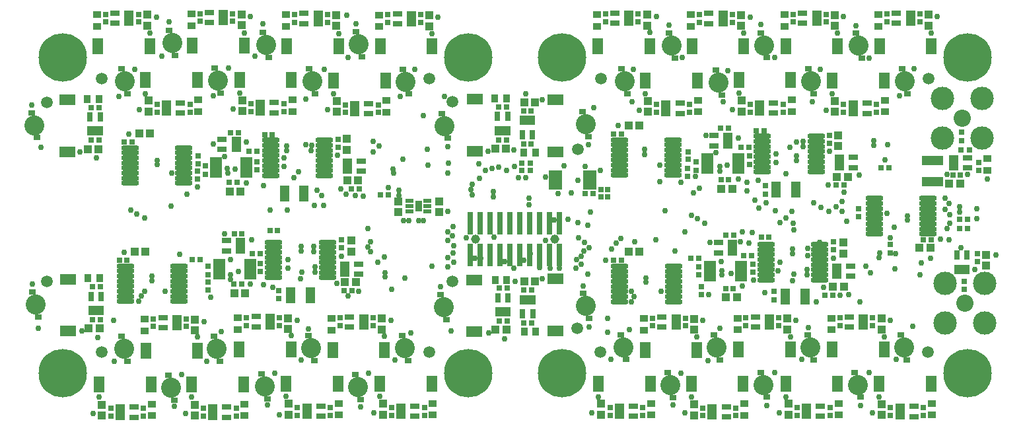
<source format=gbs>
G04*
G04 #@! TF.GenerationSoftware,Altium Limited,Altium Designer,18.1.9 (240)*
G04*
G04 Layer_Color=16711935*
%FSTAX44Y44*%
%MOMM*%
G71*
G01*
G75*
%ADD30R,0.8032X0.7532*%
%ADD31R,1.1032X0.9032*%
%ADD32O,2.3032X0.6532*%
%ADD33R,0.7032X0.8032*%
%ADD34R,0.8032X0.7032*%
%ADD36R,1.1032X1.0032*%
%ADD37R,0.7532X0.8032*%
%ADD39R,1.0032X1.1032*%
%ADD44C,2.2032*%
%ADD45C,3.0032*%
%ADD46C,1.1684*%
%ADD47C,0.7620*%
%ADD48C,1.5032*%
%ADD49C,2.5654*%
%ADD50C,6.2032*%
%ADD72R,1.2032X0.6732*%
%ADD73R,1.2032X2.0032*%
%ADD74R,1.5532X0.6532*%
%ADD75R,1.6532X0.5032*%
%ADD76R,0.7112X2.9972*%
%ADD77R,0.9652X1.3970*%
%ADD78R,1.0160X0.5080*%
%ADD79R,0.6732X1.2032*%
%ADD80R,2.8032X1.3032*%
%ADD81R,0.9032X0.7032*%
%ADD82R,2.0032X1.4532*%
%ADD83R,0.9032X1.1032*%
%ADD84R,1.4532X2.0032*%
D30*
X00940816Y00335618D02*
D03*
Y00346118D02*
D03*
X00309334Y00328522D02*
D03*
Y00339022D02*
D03*
X0031369Y0019795D02*
D03*
Y0020845D02*
D03*
X00246762Y0020464D02*
D03*
Y0019414D02*
D03*
X00875284Y00204132D02*
D03*
Y00193632D02*
D03*
X00944598Y00196867D02*
D03*
Y00207367D02*
D03*
X01120902Y0022193D02*
D03*
Y0023243D02*
D03*
X01080262Y00268054D02*
D03*
Y00278554D02*
D03*
X01216152Y0017509D02*
D03*
Y0018559D02*
D03*
X01212342Y00365844D02*
D03*
Y00376344D02*
D03*
X00961443Y00297302D02*
D03*
Y00307802D02*
D03*
X00861314Y0033037D02*
D03*
Y0031987D02*
D03*
X00872236Y00327998D02*
D03*
Y00338498D02*
D03*
X0097217Y00161882D02*
D03*
Y00172382D02*
D03*
X00879094Y00178732D02*
D03*
Y00168232D02*
D03*
X00243078Y00322918D02*
D03*
Y00333418D02*
D03*
X00336978Y00173778D02*
D03*
Y00163278D02*
D03*
X00246762Y00184713D02*
D03*
Y00174213D02*
D03*
X00233172Y00326814D02*
D03*
Y00316314D02*
D03*
D31*
X01245616Y00328034D02*
D03*
Y00343034D02*
D03*
X01105997Y00512558D02*
D03*
Y00527558D02*
D03*
X01174535Y00028982D02*
D03*
Y00013982D02*
D03*
X00925149Y00123234D02*
D03*
Y00138234D02*
D03*
X00933935Y0002867D02*
D03*
Y0001367D02*
D03*
X00805423Y0012281D02*
D03*
Y0013781D02*
D03*
X01054833Y00029123D02*
D03*
Y00014123D02*
D03*
X01045545Y00123176D02*
D03*
Y00138176D02*
D03*
X00994619Y00418028D02*
D03*
Y00403028D02*
D03*
X00865467Y00512132D02*
D03*
Y00527132D02*
D03*
X00745036Y00512613D02*
D03*
Y00527613D02*
D03*
X00814803Y00029148D02*
D03*
Y00014148D02*
D03*
X00985795Y00512298D02*
D03*
Y00527298D02*
D03*
X00874755Y00417596D02*
D03*
Y00402596D02*
D03*
X01114483Y00417596D02*
D03*
Y00402596D02*
D03*
X00285017Y00138508D02*
D03*
Y00123508D02*
D03*
X00404905Y00138122D02*
D03*
Y00123122D02*
D03*
X00165577Y0013696D02*
D03*
Y0012196D02*
D03*
X00414239Y00014123D02*
D03*
Y00029123D02*
D03*
X00534695Y00014123D02*
D03*
Y00029123D02*
D03*
X00174777Y00013198D02*
D03*
Y00028198D02*
D03*
X00293395Y00013198D02*
D03*
Y00028198D02*
D03*
X00225065Y00528138D02*
D03*
Y00513138D02*
D03*
X00346417Y00527044D02*
D03*
Y00512044D02*
D03*
X00466051Y00526838D02*
D03*
Y00511838D02*
D03*
X00354563Y00403358D02*
D03*
Y00418358D02*
D03*
X00475467Y00402342D02*
D03*
Y00417342D02*
D03*
X00234159Y00403022D02*
D03*
Y00418022D02*
D03*
X00104175Y0052732D02*
D03*
Y0051232D02*
D03*
D32*
X00957139Y00325776D02*
D03*
Y00332276D02*
D03*
Y00338776D02*
D03*
Y00345276D02*
D03*
Y00351776D02*
D03*
Y00358276D02*
D03*
Y00364776D02*
D03*
Y00371276D02*
D03*
X01026139Y00325776D02*
D03*
Y00332276D02*
D03*
Y00338776D02*
D03*
Y00345276D02*
D03*
Y00351776D02*
D03*
Y00358276D02*
D03*
Y00364776D02*
D03*
Y00371276D02*
D03*
X00842934Y00366822D02*
D03*
Y00360322D02*
D03*
Y00353822D02*
D03*
Y00347322D02*
D03*
Y00340822D02*
D03*
Y00334322D02*
D03*
Y00327822D02*
D03*
Y00321322D02*
D03*
X00773934Y00366822D02*
D03*
Y00360322D02*
D03*
Y00353822D02*
D03*
Y00347322D02*
D03*
Y00340822D02*
D03*
Y00334322D02*
D03*
Y00327822D02*
D03*
Y00321322D02*
D03*
X00395732Y00366302D02*
D03*
Y00359802D02*
D03*
Y00353302D02*
D03*
Y00346802D02*
D03*
Y00340302D02*
D03*
Y00333802D02*
D03*
Y00327302D02*
D03*
Y00320802D02*
D03*
X00326732Y00366302D02*
D03*
Y00359802D02*
D03*
Y00353302D02*
D03*
Y00346802D02*
D03*
Y00340302D02*
D03*
Y00333802D02*
D03*
Y00327302D02*
D03*
Y00320802D02*
D03*
X00215554Y00356662D02*
D03*
Y00350162D02*
D03*
Y00343662D02*
D03*
Y00337162D02*
D03*
Y00330662D02*
D03*
Y00324162D02*
D03*
Y00317662D02*
D03*
Y00311162D02*
D03*
X00146554Y00356662D02*
D03*
Y00350162D02*
D03*
Y00343662D02*
D03*
Y00337162D02*
D03*
Y00330662D02*
D03*
Y00324162D02*
D03*
Y00317662D02*
D03*
Y00311162D02*
D03*
X00140458Y00159607D02*
D03*
Y00166106D02*
D03*
Y00172607D02*
D03*
Y00179107D02*
D03*
Y00185606D02*
D03*
Y00192106D02*
D03*
Y00198606D02*
D03*
Y00205107D02*
D03*
X00209458Y00159607D02*
D03*
Y00166106D02*
D03*
Y00172607D02*
D03*
Y00179107D02*
D03*
Y00185606D02*
D03*
Y00192106D02*
D03*
Y00198606D02*
D03*
Y00205107D02*
D03*
X00330644Y00190179D02*
D03*
Y00196679D02*
D03*
Y00203179D02*
D03*
Y00209679D02*
D03*
Y00216179D02*
D03*
Y00222679D02*
D03*
Y00229179D02*
D03*
Y00235679D02*
D03*
X00399644Y00190179D02*
D03*
Y00196679D02*
D03*
Y00203179D02*
D03*
Y00209679D02*
D03*
Y00216179D02*
D03*
Y00222679D02*
D03*
Y00229179D02*
D03*
Y00235679D02*
D03*
X00842996Y00204966D02*
D03*
Y00198466D02*
D03*
Y00191966D02*
D03*
Y00185466D02*
D03*
Y00178966D02*
D03*
Y00172466D02*
D03*
Y00165966D02*
D03*
Y00159466D02*
D03*
X00773996Y00204966D02*
D03*
Y00198466D02*
D03*
Y00191966D02*
D03*
Y00185466D02*
D03*
Y00178966D02*
D03*
Y00172466D02*
D03*
Y00165966D02*
D03*
Y00159466D02*
D03*
X01030722Y00232885D02*
D03*
Y00226385D02*
D03*
Y00219885D02*
D03*
Y00213385D02*
D03*
Y00206885D02*
D03*
Y00200385D02*
D03*
Y00193885D02*
D03*
Y00187385D02*
D03*
X00961722Y00232885D02*
D03*
Y00226385D02*
D03*
Y00219885D02*
D03*
Y00213385D02*
D03*
Y00206885D02*
D03*
Y00200385D02*
D03*
Y00193885D02*
D03*
Y00187385D02*
D03*
X0110042Y00246164D02*
D03*
Y00252664D02*
D03*
Y00259164D02*
D03*
Y00265664D02*
D03*
Y00272164D02*
D03*
Y00278664D02*
D03*
Y00285164D02*
D03*
Y00291664D02*
D03*
X0116942Y00246164D02*
D03*
Y00252664D02*
D03*
Y00259164D02*
D03*
Y00265664D02*
D03*
Y00272164D02*
D03*
Y00278664D02*
D03*
Y00285164D02*
D03*
Y00291664D02*
D03*
D33*
X0075Y003035D02*
D03*
Y002935D02*
D03*
X00759Y003035D02*
D03*
Y002935D02*
D03*
X01232662Y0022064D02*
D03*
Y0021064D02*
D03*
X01234694Y0032771D02*
D03*
Y0033771D02*
D03*
X01116896Y00528106D02*
D03*
Y00518106D02*
D03*
X0115906Y00528106D02*
D03*
Y00518106D02*
D03*
X01163636Y00013434D02*
D03*
Y00023434D02*
D03*
X01121472Y00013434D02*
D03*
Y00023434D02*
D03*
X00861822Y0034171D02*
D03*
Y0035171D02*
D03*
X01043373Y00372148D02*
D03*
Y00362148D02*
D03*
X00936048Y00138782D02*
D03*
Y00128782D02*
D03*
X00978212Y00138782D02*
D03*
Y00128782D02*
D03*
X00923036Y00013122D02*
D03*
Y00023122D02*
D03*
X00880872Y00013122D02*
D03*
Y00023122D02*
D03*
X00816322Y00138358D02*
D03*
Y00128358D02*
D03*
X00858486Y00138358D02*
D03*
Y00128358D02*
D03*
X01043934Y00013575D02*
D03*
Y00023575D02*
D03*
X0100177Y00013575D02*
D03*
Y00023575D02*
D03*
X01056444Y00138724D02*
D03*
Y00128724D02*
D03*
X01098608Y00138724D02*
D03*
Y00128724D02*
D03*
X0098372Y0040248D02*
D03*
Y0041248D02*
D03*
X00941556Y0040248D02*
D03*
Y0041248D02*
D03*
X00876366Y0052768D02*
D03*
Y0051768D02*
D03*
X0091853Y0052768D02*
D03*
Y0051768D02*
D03*
X00755935Y00528161D02*
D03*
Y00518161D02*
D03*
X00798099Y00528161D02*
D03*
Y00518161D02*
D03*
X00803904Y000136D02*
D03*
Y000236D02*
D03*
X0076174Y000136D02*
D03*
Y000236D02*
D03*
X00996694Y00527846D02*
D03*
Y00517846D02*
D03*
X01038858Y00527846D02*
D03*
Y00517846D02*
D03*
X00863856Y00402048D02*
D03*
Y00412048D02*
D03*
X00821692Y00402048D02*
D03*
Y00412048D02*
D03*
X01103584Y00402048D02*
D03*
Y00412048D02*
D03*
X0106142Y00402048D02*
D03*
Y00412048D02*
D03*
X00295916Y00129056D02*
D03*
Y00139056D02*
D03*
X0033808Y00129056D02*
D03*
Y00139056D02*
D03*
X00415804Y0012867D02*
D03*
Y0013867D02*
D03*
X00457968Y0012867D02*
D03*
Y0013867D02*
D03*
X00176476Y00127508D02*
D03*
Y00137508D02*
D03*
X0021864Y00127508D02*
D03*
Y00137508D02*
D03*
X0040334Y00023575D02*
D03*
Y00013575D02*
D03*
X00361176Y00023575D02*
D03*
Y00013575D02*
D03*
X00523796Y00023575D02*
D03*
Y00013575D02*
D03*
X00481632Y00023575D02*
D03*
Y00013575D02*
D03*
X00163878Y0002265D02*
D03*
Y0001265D02*
D03*
X00121714Y0002265D02*
D03*
Y0001265D02*
D03*
X00282496Y0002265D02*
D03*
Y0001265D02*
D03*
X00240332Y0002265D02*
D03*
Y0001265D02*
D03*
X00233408Y00336198D02*
D03*
Y00346198D02*
D03*
X00235964Y00518686D02*
D03*
Y00528686D02*
D03*
X00278128Y00518686D02*
D03*
Y00528686D02*
D03*
X00357316Y00517592D02*
D03*
Y00527592D02*
D03*
X0039948Y00517592D02*
D03*
Y00527592D02*
D03*
X0047695Y00517386D02*
D03*
Y00527386D02*
D03*
X00519114Y00517386D02*
D03*
Y00527386D02*
D03*
X00343664Y0041281D02*
D03*
Y0040281D02*
D03*
X003015Y0041281D02*
D03*
Y0040281D02*
D03*
X00464568Y00411794D02*
D03*
Y00401794D02*
D03*
X00422404Y00411794D02*
D03*
Y00401794D02*
D03*
X0022326Y00412474D02*
D03*
Y00402474D02*
D03*
X00181096Y00412474D02*
D03*
Y00402474D02*
D03*
X00115074Y00517868D02*
D03*
Y00527868D02*
D03*
X00157238Y00517868D02*
D03*
Y00527868D02*
D03*
X01048654Y0023614D02*
D03*
Y0022614D02*
D03*
X00412966Y00367174D02*
D03*
Y00357174D02*
D03*
X00417576Y00238934D02*
D03*
Y00228934D02*
D03*
D34*
X01061894Y00308864D02*
D03*
X01051894D02*
D03*
X00903812Y00381762D02*
D03*
X00913812D02*
D03*
X00939661Y00357416D02*
D03*
X00929661D02*
D03*
X00914066Y00315722D02*
D03*
X00904066D02*
D03*
X00766256Y00374142D02*
D03*
X00776256D02*
D03*
X00430064Y00304182D02*
D03*
X00440064D02*
D03*
X00275517Y00375518D02*
D03*
X00285517D02*
D03*
X00309254Y00352442D02*
D03*
X00299254D02*
D03*
X00283346Y00312056D02*
D03*
X00273346D02*
D03*
X00138876Y00363982D02*
D03*
X00148876D02*
D03*
X0014278Y00212426D02*
D03*
X0013278D02*
D03*
X0027948Y0018161D02*
D03*
X0028948D02*
D03*
X00280017Y0024638D02*
D03*
X00290017D02*
D03*
X00313142Y0022098D02*
D03*
X00303142D02*
D03*
X00430958Y00173482D02*
D03*
X00420958D02*
D03*
X00766318Y00212286D02*
D03*
X00776318D02*
D03*
X00910416Y00244856D02*
D03*
X00920416D02*
D03*
X00919908Y00176022D02*
D03*
X00909908D02*
D03*
X00943276Y0021844D02*
D03*
X00933276D02*
D03*
X01047561Y00167386D02*
D03*
X01037561D02*
D03*
X011735Y00238512D02*
D03*
X011635D02*
D03*
X01211246Y00321818D02*
D03*
X01201246D02*
D03*
X0073975Y0029775D02*
D03*
X0072975D02*
D03*
X00959411Y00378324D02*
D03*
X00949411D02*
D03*
X00875204Y0021524D02*
D03*
X00865204D02*
D03*
X00651162Y00131866D02*
D03*
X00661162D02*
D03*
X00651162Y0017403D02*
D03*
X00661162D02*
D03*
X00630001Y00176521D02*
D03*
X00620001D02*
D03*
X00630001Y00134357D02*
D03*
X00620001D02*
D03*
X0062938Y00409067D02*
D03*
X0061938D02*
D03*
X0062938Y00366903D02*
D03*
X0061938D02*
D03*
X00650861Y00361397D02*
D03*
X00660861D02*
D03*
X00650861Y00403561D02*
D03*
X00660861D02*
D03*
X00236394Y00213039D02*
D03*
X00226394D02*
D03*
X00098314Y00178358D02*
D03*
X00108314D02*
D03*
X00096962Y00408494D02*
D03*
X00106962D02*
D03*
X00096962Y0036633D02*
D03*
X00106962D02*
D03*
X00965628Y00241808D02*
D03*
X00955628D02*
D03*
X00329004Y0037335D02*
D03*
X00319004D02*
D03*
X00335763Y00250444D02*
D03*
X00325763D02*
D03*
X00108314Y00136194D02*
D03*
X00098314D02*
D03*
D36*
X01054333Y00358908D02*
D03*
Y00372908D02*
D03*
X005426Y00288D02*
D03*
Y00274D02*
D03*
X0049075Y00288D02*
D03*
Y00274D02*
D03*
X00423926Y00367934D02*
D03*
Y00353934D02*
D03*
X01243838Y00205598D02*
D03*
Y00219598D02*
D03*
X00430022Y00223886D02*
D03*
Y00237886D02*
D03*
X00168414Y0052705D02*
D03*
Y0051305D02*
D03*
X010611Y00235092D02*
D03*
Y00221092D02*
D03*
X01110296Y00014252D02*
D03*
Y00028252D02*
D03*
X01170236Y00527288D02*
D03*
Y00513288D02*
D03*
X00989388Y00137964D02*
D03*
Y00123964D02*
D03*
X00990594Y00014393D02*
D03*
Y00028393D02*
D03*
X00869696Y0001394D02*
D03*
Y0002794D02*
D03*
X01109784Y00137906D02*
D03*
Y00123906D02*
D03*
X00869662Y0013754D02*
D03*
Y0012354D02*
D03*
X00750564Y00014418D02*
D03*
Y00028418D02*
D03*
X0093038Y00403298D02*
D03*
Y00417298D02*
D03*
X01050034Y00527028D02*
D03*
Y00513028D02*
D03*
X00929706Y00526862D02*
D03*
Y00512862D02*
D03*
X01050244Y00402866D02*
D03*
Y00416866D02*
D03*
X00810516Y00402866D02*
D03*
Y00416866D02*
D03*
X00809275Y00527343D02*
D03*
Y00513343D02*
D03*
X00410656Y00526774D02*
D03*
Y00512774D02*
D03*
X0053029Y00526568D02*
D03*
Y00512568D02*
D03*
X00290324Y00403628D02*
D03*
Y00417628D02*
D03*
X00411228Y00402612D02*
D03*
Y00416612D02*
D03*
X00289304Y00527868D02*
D03*
Y00513868D02*
D03*
X0016992Y00403292D02*
D03*
Y00417292D02*
D03*
X0035Y00028393D02*
D03*
Y00014393D02*
D03*
X00349256Y00124238D02*
D03*
Y00138238D02*
D03*
X00469144Y00123852D02*
D03*
Y00137852D02*
D03*
X00470456Y00028393D02*
D03*
Y00014393D02*
D03*
X00229156Y00027468D02*
D03*
Y00013468D02*
D03*
X00110538Y00027468D02*
D03*
Y00013468D02*
D03*
X00229816Y0012269D02*
D03*
Y0013669D02*
D03*
D37*
X01119672Y00331078D02*
D03*
X01109172D02*
D03*
X00649Y0032766D02*
D03*
X006595D02*
D03*
Y0033725D02*
D03*
X00649D02*
D03*
X0120975Y0026525D02*
D03*
X0122025D02*
D03*
X0120975Y0025275D02*
D03*
X0122025D02*
D03*
X00467077Y00296164D02*
D03*
X00477577D02*
D03*
X01222418Y00354114D02*
D03*
X01211918D02*
D03*
D39*
X00904606Y00304038D02*
D03*
X00918606D02*
D03*
X0027414Y00300626D02*
D03*
X0028814D02*
D03*
X0028002Y0017018D02*
D03*
X0029402D02*
D03*
X00910702Y00165308D02*
D03*
X00924702D02*
D03*
X01196452Y00310388D02*
D03*
X01210452D02*
D03*
X01172494Y0022825D02*
D03*
X01158494D02*
D03*
X0106683Y00319532D02*
D03*
X0105283D02*
D03*
X01047608Y00178642D02*
D03*
X01061608D02*
D03*
X00436006Y00184404D02*
D03*
X00422006D02*
D03*
X00425016Y00315104D02*
D03*
X00439016D02*
D03*
X00785654Y00223208D02*
D03*
X00799654D02*
D03*
X00785592Y00385064D02*
D03*
X00799592D02*
D03*
X0065198Y00185206D02*
D03*
X0066598D02*
D03*
X00629183Y00123181D02*
D03*
X00615183D02*
D03*
X00651679Y00414737D02*
D03*
X00665679D02*
D03*
X00628562Y00355727D02*
D03*
X00614562D02*
D03*
X00158212Y00374904D02*
D03*
X00172212D02*
D03*
X00106144Y00355154D02*
D03*
X00092144D02*
D03*
X00166116Y00223349D02*
D03*
X00152116D02*
D03*
X00093496Y00125019D02*
D03*
X00107496D02*
D03*
D44*
X01213228Y00394752D02*
D03*
X01216568Y00157638D02*
D03*
D45*
X01187828Y00420152D02*
D03*
Y00369352D02*
D03*
X01238628D02*
D03*
Y00420152D02*
D03*
X01191168Y00183038D02*
D03*
Y00132238D02*
D03*
X01241968D02*
D03*
Y00183038D02*
D03*
D46*
X006908Y0024D02*
D03*
X005892D02*
D03*
D47*
X00733085Y00195D02*
D03*
X0072804Y00224506D02*
D03*
X0055Y00422722D02*
D03*
X00711785Y00299265D02*
D03*
X0085233Y0031242D02*
D03*
X00825558Y00313192D02*
D03*
X00890086Y0023495D02*
D03*
X00756589Y00212286D02*
D03*
X01120902Y00240866D02*
D03*
X0103075Y0023575D02*
D03*
X00425016Y00315104D02*
D03*
X00322771Y00026771D02*
D03*
X0020308Y0002508D02*
D03*
X011435Y00269402D02*
D03*
X0114325Y00263833D02*
D03*
X0087163Y0031987D02*
D03*
X009025Y00326795D02*
D03*
Y0033275D02*
D03*
X00362482Y00325947D02*
D03*
X00371518Y00360518D02*
D03*
X0034725Y00352806D02*
D03*
X01001Y0034D02*
D03*
Y00346118D02*
D03*
X0080625Y00354572D02*
D03*
X00806039Y00348017D02*
D03*
X01000549Y00364268D02*
D03*
X00992349Y003575D02*
D03*
X0088484Y0037234D02*
D03*
X0116125Y00209D02*
D03*
X01159307Y00194259D02*
D03*
X0121175Y002285D02*
D03*
X007205Y00315301D02*
D03*
X0072975Y00333D02*
D03*
X00702876Y00333699D02*
D03*
X00679156Y00319468D02*
D03*
X00685038Y00202692D02*
D03*
X00690534Y00264263D02*
D03*
X00646282Y00270263D02*
D03*
X00577516Y00241412D02*
D03*
X00561632Y00231432D02*
D03*
X00560578Y0025527D02*
D03*
X0052225Y0026332D02*
D03*
X0049125Y00295656D02*
D03*
Y003025D02*
D03*
X0050375Y0026332D02*
D03*
X005165Y0026325D02*
D03*
X004975Y0026332D02*
D03*
X00679033Y00238262D02*
D03*
X0061238Y0030075D02*
D03*
X00612376Y00293624D02*
D03*
X00695214Y0029825D02*
D03*
X00749554Y00328054D02*
D03*
X00733085Y00257415D02*
D03*
X007205Y0026063D02*
D03*
X00736346Y00273924D02*
D03*
X0065405Y00318008D02*
D03*
X0106522Y0026278D02*
D03*
X0105968Y00275D02*
D03*
X01052086Y0028075D02*
D03*
X0105925Y002875D02*
D03*
X00961547Y00286514D02*
D03*
X00997524Y0025119D02*
D03*
X00997Y0026D02*
D03*
X01042Y00275D02*
D03*
X0103225Y00280495D02*
D03*
X01023Y0028625D02*
D03*
X0099525Y00274882D02*
D03*
X008835Y0026D02*
D03*
X0095288Y00278962D02*
D03*
X00974137Y0027575D02*
D03*
X0087425Y002655D02*
D03*
X00866186Y0027D02*
D03*
X0094775Y00289789D02*
D03*
X009375Y0030175D02*
D03*
Y003125D02*
D03*
X00951964Y00314941D02*
D03*
X00926279Y00316776D02*
D03*
X0086875Y0029925D02*
D03*
X0087675Y00305D02*
D03*
X0085775Y0024875D02*
D03*
X00820926Y00239D02*
D03*
X00793208Y00235966D02*
D03*
X0098013Y0026063D02*
D03*
X00987Y0026675D02*
D03*
X00832358Y00276352D02*
D03*
X00764Y0022725D02*
D03*
X00769802Y002345D02*
D03*
X0077525Y00240656D02*
D03*
X00735076Y00228824D02*
D03*
X00944326Y00248441D02*
D03*
X0093175Y002485D02*
D03*
X00940131Y00234869D02*
D03*
X00929306Y00235966D02*
D03*
X0120975Y0027425D02*
D03*
X0121Y00280782D02*
D03*
X01197558Y00270763D02*
D03*
X0112649Y0025451D02*
D03*
X011165Y0027225D02*
D03*
X01172494Y00215006D02*
D03*
X0123196Y0026571D02*
D03*
X011975Y0026D02*
D03*
X01196308Y00238512D02*
D03*
X01185558Y00239762D02*
D03*
X01194054Y0025273D02*
D03*
X01231946Y0027871D02*
D03*
X01127637Y0022068D02*
D03*
X01128948Y00085426D02*
D03*
X0114957Y00127762D02*
D03*
X0119634Y00284988D02*
D03*
X01191696Y00291664D02*
D03*
X01191514Y00277876D02*
D03*
X0094615Y00187498D02*
D03*
X00996076Y00185848D02*
D03*
X00979772Y00210245D02*
D03*
X00977392Y00199323D02*
D03*
X00728756Y00235174D02*
D03*
X00721106Y00241046D02*
D03*
X01117632Y00360668D02*
D03*
X01015492Y0021844D02*
D03*
X01015702Y00228092D02*
D03*
X00329608Y0017797D02*
D03*
X00610362Y003302D02*
D03*
X00391922Y00295656D02*
D03*
X00612775Y00241808D02*
D03*
X00383286Y0019685D02*
D03*
X01014364Y00200914D02*
D03*
X00618744Y0033147D02*
D03*
X00386588Y00302337D02*
D03*
X00608076Y00250444D02*
D03*
X00383286Y00203708D02*
D03*
X00997722Y00194377D02*
D03*
X00660081Y00220726D02*
D03*
X00671576Y00203454D02*
D03*
X0072517Y0020701D02*
D03*
X00718566Y00213122D02*
D03*
X00718379Y00202117D02*
D03*
X0072517Y00217678D02*
D03*
X00707644Y00264632D02*
D03*
X00651256Y00212894D02*
D03*
X0069715Y00202692D02*
D03*
X00825558Y00334322D02*
D03*
X00845312Y00224282D02*
D03*
X00827532Y00172466D02*
D03*
X00792884Y00166116D02*
D03*
X00789178Y00172466D02*
D03*
X00788924Y00159313D02*
D03*
X00496062Y00341884D02*
D03*
X00484124Y00324104D02*
D03*
X0048387Y00329692D02*
D03*
X00401113Y00235679D02*
D03*
X00423418Y00296926D02*
D03*
X00394462Y00282956D02*
D03*
X00416814Y00304038D02*
D03*
X00383032Y00282956D02*
D03*
X00348234Y00276606D02*
D03*
X00451104Y0025273D02*
D03*
X00454406Y00223254D02*
D03*
X00451104Y00229754D02*
D03*
X00454406Y00236254D02*
D03*
X00326164Y00276606D02*
D03*
X00594464Y0031735D02*
D03*
X005278Y00354572D02*
D03*
X00199586Y00324162D02*
D03*
X00199516Y00282322D02*
D03*
X00191122Y00172607D02*
D03*
X00585216Y00310134D02*
D03*
X00457868Y00364585D02*
D03*
X00554228Y00249174D02*
D03*
X00157734Y00160274D02*
D03*
X00147066Y00277079D02*
D03*
X00584962Y00296164D02*
D03*
X00458216Y00351536D02*
D03*
X00554228Y00238252D02*
D03*
X00165354Y0017272D02*
D03*
X001651Y00266446D02*
D03*
X00583438Y00303276D02*
D03*
X00559816Y00243586D02*
D03*
X00465398Y00358648D02*
D03*
X0016129Y0016675D02*
D03*
X00155448Y00271526D02*
D03*
X00318008Y00307848D02*
D03*
X0063881Y00354114D02*
D03*
X00593598Y0033613D02*
D03*
X00553466Y00274766D02*
D03*
X00553466Y0032385D02*
D03*
X0055499Y00336804D02*
D03*
X00210262Y00220336D02*
D03*
X00219588Y0029718D02*
D03*
X00174208Y00192571D02*
D03*
X00473456Y00191102D02*
D03*
Y00196596D02*
D03*
X00498602Y00189484D02*
D03*
X00560832Y0022206D02*
D03*
X00554228Y00215646D02*
D03*
X00561086Y00209804D02*
D03*
X00554228Y00203962D02*
D03*
X00344132Y0033271D02*
D03*
X00626872Y00210566D02*
D03*
X003175Y00181102D02*
D03*
X00348694Y00202117D02*
D03*
X00638302Y00202692D02*
D03*
X00658114Y0028321D02*
D03*
X0060833Y0021844D02*
D03*
X00582676Y00262382D02*
D03*
X00596392Y00214884D02*
D03*
X00588296Y00215071D02*
D03*
X00974539Y00337684D02*
D03*
X00417576Y00217932D02*
D03*
X00533446Y00204516D02*
D03*
X00477577Y00305365D02*
D03*
X00629412Y0032766D02*
D03*
X0038227Y00223266D02*
D03*
X00382016Y00230632D02*
D03*
X00366644Y00197319D02*
D03*
X00445628Y00294782D02*
D03*
X00435102Y00295656D02*
D03*
X00640334Y00185206D02*
D03*
X00658368Y00292354D02*
D03*
X00639318Y00332994D02*
D03*
X00644398Y00318008D02*
D03*
X0060198Y00327456D02*
D03*
X01245292Y003163D02*
D03*
X01193546Y00322326D02*
D03*
X01220182Y0032236D02*
D03*
X0125668Y00219598D02*
D03*
X01229614Y00200406D02*
D03*
X01107186Y00221488D02*
D03*
X01106932Y00215646D02*
D03*
X01100021Y00360172D02*
D03*
X01100154Y00365674D02*
D03*
X01061894Y00300054D02*
D03*
X01041146Y00308864D02*
D03*
X01081024Y00321818D02*
D03*
X01020826Y00415798D02*
D03*
X005536Y00358274D02*
D03*
X00734254Y00360862D02*
D03*
X00740854Y00407734D02*
D03*
X00792014Y00457212D02*
D03*
X00789686Y00415544D02*
D03*
X00837244Y00513528D02*
D03*
X00854202Y00472434D02*
D03*
X00912864Y00455688D02*
D03*
X0090678Y00415544D02*
D03*
X01009513Y00364776D02*
D03*
X00955321Y00514831D02*
D03*
X00973248Y00472434D02*
D03*
X011329Y00422916D02*
D03*
X01076972Y00513068D02*
D03*
X01093712Y00471678D02*
D03*
X0052278Y0039797D02*
D03*
X00758698Y00120396D02*
D03*
X00758444Y00138346D02*
D03*
X00439518Y0017272D02*
D03*
X01083056Y00026416D02*
D03*
X01093712Y00068338D02*
D03*
X0112701Y0020118D02*
D03*
X0096266Y00026416D02*
D03*
X00972636Y00068396D02*
D03*
X01007333Y00085567D02*
D03*
X01016054Y00126438D02*
D03*
X01082294Y0015875D02*
D03*
X01067562Y00168656D02*
D03*
X01056386Y0016747D02*
D03*
X01035558Y00177546D02*
D03*
X01026139Y0015875D02*
D03*
X0109601Y00196596D02*
D03*
X01090168Y00204978D02*
D03*
X0088728Y00084132D02*
D03*
X00902692Y00124968D02*
D03*
X00842934Y00027016D02*
D03*
X00853074Y00067972D02*
D03*
X0054483Y00178642D02*
D03*
X00727456Y00179212D02*
D03*
X00763374Y00085592D02*
D03*
X00786748Y00123808D02*
D03*
X00734956Y00127374D02*
D03*
X00557786Y0012196D02*
D03*
X0099568Y00227076D02*
D03*
X00995426Y0022098D02*
D03*
X00174244Y00185928D02*
D03*
X00808228Y00189992D02*
D03*
Y00184404D02*
D03*
X00905256Y00193643D02*
D03*
Y00199323D02*
D03*
X00960036Y00170858D02*
D03*
X00986482Y00168402D02*
D03*
X01011482Y00168656D02*
D03*
X00916828Y00195622D02*
D03*
X0090424Y0021082D02*
D03*
X00888559Y00168215D02*
D03*
X00738803Y00017028D02*
D03*
X00747054Y00037562D02*
D03*
X01120843Y00135756D02*
D03*
X01113294Y0011456D02*
D03*
X01000447Y00135814D02*
D03*
X00992898Y00114618D02*
D03*
X01098535Y00016862D02*
D03*
X01106786Y00037396D02*
D03*
X00978833Y00017003D02*
D03*
X00987084Y00037537D02*
D03*
X00857935Y0001655D02*
D03*
X00866186Y00037084D02*
D03*
X01181295Y00525138D02*
D03*
X0115169Y0045772D02*
D03*
X01173746Y00503942D02*
D03*
X00772414Y00385318D02*
D03*
X01114298Y00341122D02*
D03*
X00987277Y0032341D02*
D03*
X00926135Y00369067D02*
D03*
X00974739Y0030678D02*
D03*
X00999739Y00306954D02*
D03*
X00912013Y00334412D02*
D03*
X00897911Y00350806D02*
D03*
X01009375Y0035778D02*
D03*
X01043241Y00351776D02*
D03*
X00974539Y00348606D02*
D03*
X00931418Y00179466D02*
D03*
X01048654Y00215138D02*
D03*
X01014364Y00194056D02*
D03*
X00880721Y0013539D02*
D03*
X00873172Y00114194D02*
D03*
X00918619Y00405908D02*
D03*
X0092687Y00426442D02*
D03*
X00941467Y00524252D02*
D03*
X00933216Y00503718D02*
D03*
X00821036Y00524733D02*
D03*
X00812785Y00504199D02*
D03*
X00675124Y00188716D02*
D03*
X00626573Y0011142D02*
D03*
X00606039Y00119671D02*
D03*
X01061093Y00524878D02*
D03*
X01031488Y0045746D02*
D03*
X01053544Y00503682D02*
D03*
X00799457Y00405016D02*
D03*
X00807006Y00426212D02*
D03*
X01039185Y00405016D02*
D03*
X01046734Y00426212D02*
D03*
X00653829Y00425796D02*
D03*
X00675025Y00418247D02*
D03*
X00605216Y00352217D02*
D03*
X00263144Y00121412D02*
D03*
X00021396Y00181924D02*
D03*
X0002921Y00124968D02*
D03*
X00125222Y00135636D02*
D03*
X00411226Y00183134D02*
D03*
X00425704Y001665D02*
D03*
X00481632Y00175562D02*
D03*
X00472327Y00216754D02*
D03*
X0046437Y00210254D02*
D03*
X00377498Y00171958D02*
D03*
X00352498Y00172012D02*
D03*
X00375158Y00124714D02*
D03*
X00442408Y00024698D02*
D03*
X00506476Y00119754D02*
D03*
X00378968Y00352806D02*
D03*
X00379106Y00359802D02*
D03*
X00412834Y00346802D02*
D03*
X00347Y00359D02*
D03*
X0035687Y00318436D02*
D03*
X00369332Y0030198D02*
D03*
X00344332Y00301806D02*
D03*
X0027135Y00329869D02*
D03*
X00271504Y00324162D02*
D03*
X00295872Y00311802D02*
D03*
X00233172Y0030607D02*
D03*
X00295729Y00364093D02*
D03*
X00281606Y00329438D02*
D03*
X00252984Y00361835D02*
D03*
X00344132Y00343632D02*
D03*
X00267504Y00345832D02*
D03*
X0036576Y00224282D02*
D03*
Y00230124D02*
D03*
X00364998Y00188642D02*
D03*
X00348694Y00213039D02*
D03*
X00181096Y0034036D02*
D03*
Y00334898D02*
D03*
X0027559Y0018796D02*
D03*
Y00193643D02*
D03*
X0025019Y001651D02*
D03*
X0030226Y0023876D02*
D03*
X0026797Y0024638D02*
D03*
X0028575Y00198416D02*
D03*
X0030034Y0018226D02*
D03*
X00275232Y0021336D02*
D03*
X00458695Y00017003D02*
D03*
X00486222Y00084237D02*
D03*
X00466946Y00037897D02*
D03*
X00365766Y00084237D02*
D03*
X0034649Y00037897D02*
D03*
X00217395Y00016078D02*
D03*
X00244922Y00083312D02*
D03*
X00225646Y00036972D02*
D03*
X00480905Y00135242D02*
D03*
X00451866Y00067434D02*
D03*
X00472654Y0011519D02*
D03*
X00361017Y00135628D02*
D03*
X00331978Y0006782D02*
D03*
X00352766Y00115576D02*
D03*
X00138674Y00222719D02*
D03*
X00423904Y00526774D02*
D03*
X00435932Y00515246D02*
D03*
X00104886Y00113258D02*
D03*
X00084834Y00121509D02*
D03*
X00241577Y0013408D02*
D03*
X00233326Y00114028D02*
D03*
X00212538Y00066272D02*
D03*
X00338239Y0001404D02*
D03*
X00098777Y00016078D02*
D03*
X00126304Y00083312D02*
D03*
X00107028Y00036972D02*
D03*
X0052832Y00334264D02*
D03*
X00020126Y00411794D02*
D03*
X00032512Y00357378D02*
D03*
X00414166Y00503174D02*
D03*
X00286814Y0042672D02*
D03*
X00316908Y00515366D02*
D03*
X005338Y00503222D02*
D03*
X00407718Y00425756D02*
D03*
X00292814Y00503936D02*
D03*
X0016641Y00425954D02*
D03*
X00187198Y0047371D02*
D03*
X00171924Y00503546D02*
D03*
X00082042Y00351644D02*
D03*
X00395158Y00457206D02*
D03*
X00371542Y00418846D02*
D03*
X00196656Y005181D02*
D03*
X00152648Y00457206D02*
D03*
X00131826Y00422402D02*
D03*
X00426214Y00472492D02*
D03*
X00272542Y00458724D02*
D03*
X00252984Y0042291D02*
D03*
X00511744Y00457D02*
D03*
X00492954Y00422196D02*
D03*
X00306748Y00473964D02*
D03*
X00144892Y00374396D02*
D03*
X00301065Y00525258D02*
D03*
X00541349Y00524418D02*
D03*
X00103534Y00343393D02*
D03*
X00278563Y00406238D02*
D03*
X00399467Y00405222D02*
D03*
X00180175Y0052444D02*
D03*
X00158159Y00405902D02*
D03*
D48*
X00559816Y00415544D02*
D03*
X007205Y00355D02*
D03*
X0072Y00125D02*
D03*
X00559816Y00185D02*
D03*
X0004Y00415D02*
D03*
Y00185D02*
D03*
X005305Y00445D02*
D03*
X001105D02*
D03*
X0117025D02*
D03*
X0075025D02*
D03*
X0116975Y00095D02*
D03*
X0074975D02*
D03*
X0011D02*
D03*
X0053D02*
D03*
D49*
X0095891Y00052896D02*
D03*
X00959071Y00488001D02*
D03*
X00380178Y00441706D02*
D03*
X00378714Y00099737D02*
D03*
X01019048Y00101067D02*
D03*
X01019556Y0044196D02*
D03*
X00499812Y004415D02*
D03*
X00438658Y00050162D02*
D03*
X00898821Y00100578D02*
D03*
X00901252Y00440188D02*
D03*
X00320802Y00488696D02*
D03*
X00319021Y00050548D02*
D03*
X01079306Y00052838D02*
D03*
X01080722Y00487934D02*
D03*
X00439682Y00489286D02*
D03*
X0049917Y00099737D02*
D03*
X00839184Y00052472D02*
D03*
X00730504Y00386588D02*
D03*
X00023876Y00385572D02*
D03*
X0025787Y00098812D02*
D03*
X00731206Y00153918D02*
D03*
X00840994Y00487934D02*
D03*
X00258826Y004428D02*
D03*
X00025146Y00155702D02*
D03*
X0113875Y00100926D02*
D03*
X0054864Y0015257D02*
D03*
X00780348Y00441712D02*
D03*
X00200406Y00490982D02*
D03*
X00139252Y00098812D02*
D03*
X01139758Y0044222D02*
D03*
X00779018Y00101092D02*
D03*
X0054985Y0038472D02*
D03*
X001397Y00441706D02*
D03*
X0019933Y00049D02*
D03*
D50*
X007Y000675D02*
D03*
Y004725D02*
D03*
X0058D02*
D03*
Y000675D02*
D03*
X0006D02*
D03*
Y004725D02*
D03*
X0122Y000675D02*
D03*
Y004725D02*
D03*
D72*
X01055565Y00337858D02*
D03*
X01073565Y00344358D02*
D03*
Y00331358D02*
D03*
X01055565Y00344358D02*
D03*
Y00331358D02*
D03*
X00913071Y0036584D02*
D03*
X00895071Y0035934D02*
D03*
Y0037234D02*
D03*
X00913071Y0035934D02*
D03*
Y0037234D02*
D03*
X00425158Y00332884D02*
D03*
X00443158Y00339384D02*
D03*
Y00326384D02*
D03*
X00425158Y00339384D02*
D03*
Y00326384D02*
D03*
X00282664Y00360866D02*
D03*
X00264664Y00354366D02*
D03*
Y00367366D02*
D03*
X00282664Y00354366D02*
D03*
Y00367366D02*
D03*
X0028829Y0023764D02*
D03*
Y0022464D02*
D03*
X0027029Y0023764D02*
D03*
Y0022464D02*
D03*
X0028829Y0023114D02*
D03*
X00421386Y00201168D02*
D03*
X00439386Y00207668D02*
D03*
Y00194668D02*
D03*
X00421386D02*
D03*
Y00207668D02*
D03*
X00918938Y0022845D02*
D03*
X00900938Y0022195D02*
D03*
Y0023495D02*
D03*
X00918938Y0022195D02*
D03*
Y0023495D02*
D03*
X01052464Y00198374D02*
D03*
X01070464Y00204874D02*
D03*
Y00191874D02*
D03*
X01052464Y00204874D02*
D03*
Y00191874D02*
D03*
X01202182Y00337578D02*
D03*
X01220182Y00344078D02*
D03*
Y00331078D02*
D03*
X01202182Y00344078D02*
D03*
Y00331078D02*
D03*
X01147122Y00529352D02*
D03*
Y00516352D02*
D03*
X01129122Y00529352D02*
D03*
Y00516352D02*
D03*
X01147122Y00522852D02*
D03*
X0113341Y00012188D02*
D03*
Y00025188D02*
D03*
X0115141Y00012188D02*
D03*
Y00025188D02*
D03*
X0113341Y00018688D02*
D03*
X00786161Y00522907D02*
D03*
X00768161Y00516407D02*
D03*
Y00529407D02*
D03*
X00786161Y00516407D02*
D03*
Y00529407D02*
D03*
X00966274Y00140028D02*
D03*
Y00127028D02*
D03*
X00948274Y00140028D02*
D03*
Y00127028D02*
D03*
X00966274Y00133528D02*
D03*
X0089281Y00011876D02*
D03*
Y00024876D02*
D03*
X0091081Y00011876D02*
D03*
Y00024876D02*
D03*
X0089281Y00018376D02*
D03*
X00846548Y00139604D02*
D03*
Y00126604D02*
D03*
X00828548Y00139604D02*
D03*
Y00126604D02*
D03*
X00846548Y00133104D02*
D03*
X01013708Y00012329D02*
D03*
Y00025329D02*
D03*
X01031708Y00012329D02*
D03*
Y00025329D02*
D03*
X01013708Y00018829D02*
D03*
X0108667Y0013997D02*
D03*
Y0012697D02*
D03*
X0106867Y0013997D02*
D03*
Y0012697D02*
D03*
X0108667Y0013347D02*
D03*
X00953494Y00401234D02*
D03*
Y00414234D02*
D03*
X00971494Y00401234D02*
D03*
Y00414234D02*
D03*
X00953494Y00407734D02*
D03*
X00906592Y00528926D02*
D03*
Y00515926D02*
D03*
X00888592Y00528926D02*
D03*
Y00515926D02*
D03*
X00906592Y00522426D02*
D03*
X00773678Y00012354D02*
D03*
Y00025354D02*
D03*
X00791678Y00012354D02*
D03*
Y00025354D02*
D03*
X00773678Y00018854D02*
D03*
X0102692Y00529092D02*
D03*
Y00516092D02*
D03*
X0100892Y00529092D02*
D03*
Y00516092D02*
D03*
X0102692Y00522592D02*
D03*
X0083363Y00400802D02*
D03*
Y00413802D02*
D03*
X0085163Y00400802D02*
D03*
Y00413802D02*
D03*
X0083363Y00407302D02*
D03*
X01073358Y00400802D02*
D03*
Y00413802D02*
D03*
X01091358Y00400802D02*
D03*
Y00413802D02*
D03*
X01073358Y00407302D02*
D03*
X00326142Y00133802D02*
D03*
X00308142Y00127302D02*
D03*
Y00140302D02*
D03*
X00326142Y00127302D02*
D03*
Y00140302D02*
D03*
X0044603Y00133416D02*
D03*
X0042803Y00126916D02*
D03*
Y00139916D02*
D03*
X0044603Y00126916D02*
D03*
Y00139916D02*
D03*
X00206702Y00132254D02*
D03*
X00188702Y00125754D02*
D03*
Y00138754D02*
D03*
X00206702Y00125754D02*
D03*
Y00138754D02*
D03*
X00373114Y00018829D02*
D03*
X00391114Y00025329D02*
D03*
Y00012329D02*
D03*
X00373114Y00025329D02*
D03*
Y00012329D02*
D03*
X0049357Y00018829D02*
D03*
X0051157Y00025329D02*
D03*
Y00012329D02*
D03*
X0049357Y00025329D02*
D03*
Y00012329D02*
D03*
X00133652Y00017904D02*
D03*
X00151652Y00024404D02*
D03*
Y00011404D02*
D03*
X00133652Y00024404D02*
D03*
Y00011404D02*
D03*
X0025227Y00017904D02*
D03*
X0027027Y00024404D02*
D03*
Y00011404D02*
D03*
X0025227Y00024404D02*
D03*
Y00011404D02*
D03*
X0026619Y00523432D02*
D03*
X0024819Y00516932D02*
D03*
Y00529932D02*
D03*
X0026619Y00516932D02*
D03*
Y00529932D02*
D03*
X00387542Y00522338D02*
D03*
X00369542Y00515838D02*
D03*
Y00528838D02*
D03*
X00387542Y00515838D02*
D03*
Y00528838D02*
D03*
X00507176Y00522132D02*
D03*
X00489176Y00515632D02*
D03*
Y00528632D02*
D03*
X00507176Y00515632D02*
D03*
Y00528632D02*
D03*
X00313438Y00408064D02*
D03*
X00331438Y00414564D02*
D03*
Y00401564D02*
D03*
X00313438Y00414564D02*
D03*
Y00401564D02*
D03*
X00434342Y00407048D02*
D03*
X00452342Y00413548D02*
D03*
Y00400548D02*
D03*
X00434342Y00413548D02*
D03*
Y00400548D02*
D03*
X00193034Y00407728D02*
D03*
X00211034Y00414228D02*
D03*
Y00401228D02*
D03*
X00193034Y00414228D02*
D03*
Y00401228D02*
D03*
X001453Y00522614D02*
D03*
X001273Y00516114D02*
D03*
Y00529114D02*
D03*
X001453Y00516114D02*
D03*
Y00529114D02*
D03*
D73*
X00974739Y00302886D02*
D03*
X00999739D02*
D03*
X00344332Y00297912D02*
D03*
X00369332D02*
D03*
X00352492Y00167386D02*
D03*
X00377492D02*
D03*
X00986482Y00165608D02*
D03*
X01011482D02*
D03*
D74*
X00926279Y0034624D02*
D03*
Y0033974D02*
D03*
Y0033324D02*
D03*
Y0032674D02*
D03*
X00886779Y0034624D02*
D03*
Y0033974D02*
D03*
Y0033324D02*
D03*
Y0032674D02*
D03*
X00295872Y00341266D02*
D03*
Y00334766D02*
D03*
Y00328266D02*
D03*
Y00321766D02*
D03*
X00256372Y00341266D02*
D03*
Y00334766D02*
D03*
Y00328266D02*
D03*
Y00321766D02*
D03*
X0026084Y0019162D02*
D03*
Y0019812D02*
D03*
Y0020462D02*
D03*
Y0021112D02*
D03*
X0030034Y0019162D02*
D03*
Y0019812D02*
D03*
Y0020462D02*
D03*
Y0021112D02*
D03*
X00929516Y00208326D02*
D03*
Y00201826D02*
D03*
Y00195326D02*
D03*
Y00188826D02*
D03*
X00890016Y00208326D02*
D03*
Y00201826D02*
D03*
Y00195326D02*
D03*
Y00188826D02*
D03*
D75*
X00691757Y003055D02*
D03*
Y003105D02*
D03*
Y003155D02*
D03*
Y003205D02*
D03*
Y003255D02*
D03*
X00735757Y003055D02*
D03*
Y003105D02*
D03*
Y003155D02*
D03*
Y003205D02*
D03*
Y003255D02*
D03*
D76*
X0058285Y0021968D02*
D03*
Y0026032D02*
D03*
X0059555Y0021968D02*
D03*
Y0026032D02*
D03*
X0060825Y0021968D02*
D03*
Y0026032D02*
D03*
X0062095Y0021968D02*
D03*
Y0026032D02*
D03*
X0063365Y0021968D02*
D03*
Y0026032D02*
D03*
X0064635Y0021968D02*
D03*
Y0026032D02*
D03*
X0065905Y0021968D02*
D03*
Y0026032D02*
D03*
X0067175Y0021968D02*
D03*
Y0026032D02*
D03*
X0068445Y0021968D02*
D03*
Y0026032D02*
D03*
X0069715Y0021968D02*
D03*
Y0026032D02*
D03*
D77*
X0051643Y00281896D02*
D03*
D78*
X0052786Y00275292D02*
D03*
Y00281896D02*
D03*
Y002885D02*
D03*
X00505D02*
D03*
Y00281896D02*
D03*
Y00275292D02*
D03*
D79*
X01212746Y00200886D02*
D03*
X01206246Y00218886D02*
D03*
X01219246D02*
D03*
X01206246Y00200886D02*
D03*
X01219246D02*
D03*
X00649916Y00162092D02*
D03*
X00662916D02*
D03*
X00649916Y00144092D02*
D03*
X00662916D02*
D03*
X00656416Y00162092D02*
D03*
X00631247Y00146295D02*
D03*
X00618247D02*
D03*
X00631247Y00164295D02*
D03*
X00618247D02*
D03*
X00624747Y00146295D02*
D03*
X00630626Y00378841D02*
D03*
X00617626D02*
D03*
X00630626Y00396841D02*
D03*
X00617626D02*
D03*
X00624126Y00378841D02*
D03*
X00649615Y00391623D02*
D03*
X00662615D02*
D03*
X00649615Y00373623D02*
D03*
X00662615D02*
D03*
X00656115Y00391623D02*
D03*
X00101708Y00378268D02*
D03*
X00095208Y00396268D02*
D03*
X00108208D02*
D03*
X00095208Y00378268D02*
D03*
X00108208D02*
D03*
X0010956Y00148132D02*
D03*
X0009656D02*
D03*
X0010956Y00166133D02*
D03*
X0009656D02*
D03*
X0010306Y00148132D02*
D03*
D80*
X01175258Y00340398D02*
D03*
Y00313398D02*
D03*
D81*
X0095516Y00068896D02*
D03*
X0096266Y00036896D02*
D03*
X00962821Y00472001D02*
D03*
X00955321Y00504001D02*
D03*
X00383928Y00425706D02*
D03*
X00376428Y00457706D02*
D03*
X00374964Y00115737D02*
D03*
X00382464Y00083737D02*
D03*
X01015298Y00117067D02*
D03*
X01022798Y00085067D02*
D03*
X01023306Y0042596D02*
D03*
X01015806Y0045796D02*
D03*
X00503562Y004255D02*
D03*
X00496062Y004575D02*
D03*
X00434908Y00066162D02*
D03*
X00442408Y00034162D02*
D03*
X00895071Y00116578D02*
D03*
X00902571Y00084578D02*
D03*
X00905002Y00424188D02*
D03*
X00897502Y00456188D02*
D03*
X00324552Y00472696D02*
D03*
X00317052Y00504696D02*
D03*
X00315271Y00066548D02*
D03*
X00322771Y00034548D02*
D03*
X01075556Y00068838D02*
D03*
X01083056Y00036838D02*
D03*
X01084472Y00471934D02*
D03*
X01076972Y00503934D02*
D03*
X00443432Y00473286D02*
D03*
X00435932Y00505286D02*
D03*
X0049542Y00115737D02*
D03*
X0050292Y00083737D02*
D03*
X00835434Y00068472D02*
D03*
X00842934Y00036472D02*
D03*
X00726754Y00402588D02*
D03*
X00734254Y00370588D02*
D03*
X00027626Y00369572D02*
D03*
X00020126Y00401572D02*
D03*
X0025412Y00114812D02*
D03*
X0026162Y00082812D02*
D03*
X00734956Y00137918D02*
D03*
X00727456Y00169918D02*
D03*
X00844744Y00471934D02*
D03*
X00837244Y00503934D02*
D03*
X00262576Y004268D02*
D03*
X00255076Y004588D02*
D03*
X00028896Y00139702D02*
D03*
X00021396Y00171702D02*
D03*
X01135Y00116926D02*
D03*
X011425Y00084926D02*
D03*
X0055239Y0013657D02*
D03*
X0054489Y0016857D02*
D03*
X00784098Y00425712D02*
D03*
X00776598Y00457712D02*
D03*
X00204156Y00474982D02*
D03*
X00196656Y00506982D02*
D03*
X00135502Y00114812D02*
D03*
X00143002Y00082812D02*
D03*
X01143508Y0042622D02*
D03*
X01136008Y0045822D02*
D03*
X00775268Y00117092D02*
D03*
X00782768Y00085092D02*
D03*
X005461Y0040072D02*
D03*
X005536Y0036872D02*
D03*
X0014345Y00425706D02*
D03*
X0013595Y00457706D02*
D03*
X0019558Y00065D02*
D03*
X0020308Y00033D02*
D03*
D82*
X00691789Y00351747D02*
D03*
Y00418247D02*
D03*
X0069209Y00188716D02*
D03*
Y00122216D02*
D03*
X00587644Y00120929D02*
D03*
Y00187429D02*
D03*
X00588452Y00352217D02*
D03*
Y00418717D02*
D03*
X00067386Y00121509D02*
D03*
Y00188008D02*
D03*
X00066034Y00351644D02*
D03*
Y00418144D02*
D03*
D83*
X0065171Y00120967D02*
D03*
X0066671D02*
D03*
X00614453Y0018742D02*
D03*
X00629453D02*
D03*
X00613832Y00419966D02*
D03*
X00628832D02*
D03*
X00666409Y00350498D02*
D03*
X00651409D02*
D03*
X00107766Y00189258D02*
D03*
X00092766D02*
D03*
X00106414Y00419393D02*
D03*
X00091414D02*
D03*
D84*
X01173746Y00487178D02*
D03*
X01107246D02*
D03*
X01106786Y00054362D02*
D03*
X01173286D02*
D03*
X00992898Y00097854D02*
D03*
X00926398D02*
D03*
X00866186Y0005405D02*
D03*
X00932686D02*
D03*
X00873172Y0009743D02*
D03*
X00806672D02*
D03*
X00987084Y00054503D02*
D03*
X01053584D02*
D03*
X01113294Y00097796D02*
D03*
X01046794D02*
D03*
X0092687Y00443408D02*
D03*
X0099337D02*
D03*
X00933216Y00486752D02*
D03*
X00866716D02*
D03*
X00812785Y00487233D02*
D03*
X00746285D02*
D03*
X00747054Y00054528D02*
D03*
X00813554D02*
D03*
X01053544Y00486918D02*
D03*
X00987044D02*
D03*
X00807006Y00442976D02*
D03*
X00873506D02*
D03*
X01046734D02*
D03*
X01113234D02*
D03*
X00352766Y00098128D02*
D03*
X00286266D02*
D03*
X00472654Y00097742D02*
D03*
X00406154D02*
D03*
X00233326Y0009658D02*
D03*
X00166826D02*
D03*
X0034649Y00054503D02*
D03*
X0041299D02*
D03*
X00466946D02*
D03*
X00533446D02*
D03*
X00107028Y00053578D02*
D03*
X00173528D02*
D03*
X00225646D02*
D03*
X00292146D02*
D03*
X00292814Y00487758D02*
D03*
X00226314D02*
D03*
X00414166Y00486664D02*
D03*
X00347666D02*
D03*
X005338Y00486458D02*
D03*
X004673D02*
D03*
X00286814Y00443738D02*
D03*
X00353314D02*
D03*
X00407718Y00442722D02*
D03*
X00474218D02*
D03*
X0016641Y00443402D02*
D03*
X0023291D02*
D03*
X00171924Y0048694D02*
D03*
X00105424D02*
D03*
M02*

</source>
